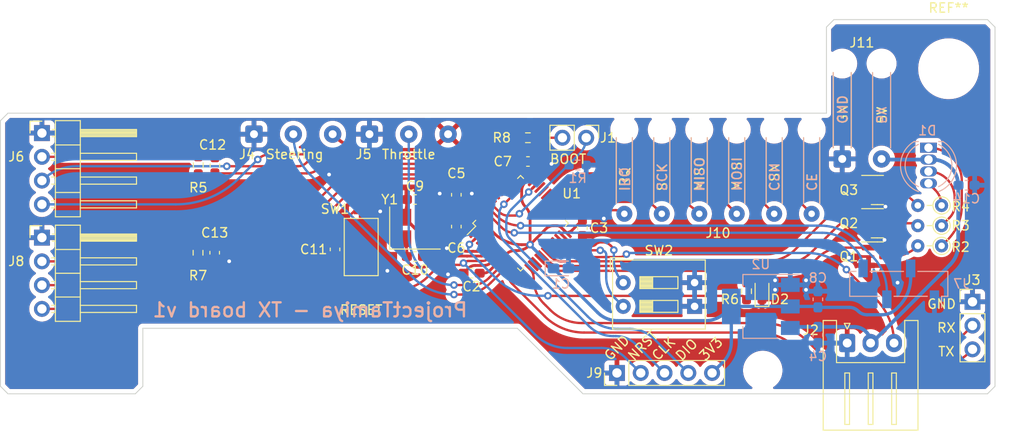
<source format=kicad_pcb>
(kicad_pcb (version 20211014) (generator pcbnew)
  (layers (0 "F.Cu" signal) (31 "B.Cu" signal) (34 "B.Paste" user) (35 "F.Paste" user) (36 "B.SilkS" user "B.Silkscreen") (37 "F.SilkS" user "F.Silkscreen") (38 "B.Mask" user) (39 "F.Mask" user) (44 "Edge.Cuts" user))
  (net 0 "")
  (net 1 "+3V3")
  (net 2 "GND")
  (net 3 "+5V")
  (net 4 "Net-(C6-Pad1)")
  (net 5 "OSC_IN")
  (net 6 "OSC_OUT")
  (net 7 "NRST")
  (net 8 "ENC1_BTN")
  (net 9 "ENC2_BTN")
  (net 10 "Net-(D1-Pad1)")
  (net 11 "Net-(D1-Pad3)")
  (net 12 "Net-(D1-Pad4)")
  (net 13 "Net-(D2-Pad2)")
  (net 14 "Net-(J1-Pad2)")
  (net 15 "BAT")
  (net 16 "USART2_RX")
  (net 17 "USART2_TX")
  (net 18 "STEERING")
  (net 19 "THROTTLE")
  (net 20 "Net-(J6-Pad2)")
  (net 21 "ENC1_CH2")
  (net 22 "ENC1_CH1")
  (net 23 "OLED_SCL")
  (net 24 "OLED_SDA")
  (net 25 "Net-(J8-Pad2)")
  (net 26 "ENC2_CH2")
  (net 27 "ENC2_CH1")
  (net 28 "SWCLK")
  (net 29 "SWDIO")
  (net 30 "NRF_CE")
  (net 31 "NRF_CSN")
  (net 32 "NRF_MOSI")
  (net 33 "NRF_MISO")
  (net 34 "NRF_IRQ")
  (net 35 "NRF_SCK")
  (net 36 "LED_R")
  (net 37 "Net-(Q1-Pad3)")
  (net 38 "LED_G")
  (net 39 "Net-(Q2-Pad3)")
  (net 40 "LED_B")
  (net 41 "Net-(Q3-Pad3)")
  (net 42 "Net-(J1-Pad1)")
  (net 43 "LED1")
  (net 44 "SW1")
  (net 45 "SW2")
  (footprint "MountingHole:MountingHole_5.5mm" (layer "F.Cu") (at 159.25 48.25)
    (fp_text reference "REF**")
    (fp_text value "MountingHole_5.5mm")
  )
  (footprint "Connector_PinHeader_2.54mm:PinHeader_1x04_P2.54mm_Horizontal" (layer "F.Cu") (at 62.427 66.304)
    (fp_text reference "J8")
    (fp_text value "ENC2")
  )
  (footprint "Resistor_SMD:R_0603_1608Metric_Pad0.98x0.95mm_HandSolder" (layer "F.Cu") (at 79.0975 67.9215 -90)
    (fp_text reference "R7")
    (fp_text value "1K2")
  )
  (footprint "Resistor_SMD:R_0603_1608Metric_Pad0.98x0.95mm_HandSolder" (layer "F.Cu") (at 137.668 72.0325 90)
    (fp_text reference "R6")
    (fp_text value "180R")
  )
  (footprint "Connector_PinHeader_2.54mm:PinHeader_1x05_P2.54mm_Vertical" (layer "F.Cu") (at 123.83 80.772 90)
    (fp_text reference "J9")
    (fp_text value "Debug")
  )
  (footprint "Button_Switch_SMD:SW_SPST_FSMSM" (layer "F.Cu") (at 96.52 67.31 90)
    (fp_text reference "SW1")
    (fp_text value "Reset")
  )
  (footprint "Capacitor_SMD:C_0603_1608Metric_Pad1.08x0.95mm_HandSolder" (layer "F.Cu") (at 114.3265 58.166)
    (fp_text reference "C7")
    (fp_text value "100n")
  )
  (footprint "Capacitor_SMD:C_0603_1608Metric_Pad1.08x0.95mm_HandSolder" (layer "F.Cu") (at 80.8755 67.9185 -90)
    (fp_text reference "C13")
    (fp_text value "100n")
  )
  (footprint "Capacitor_SMD:C_0603_1608Metric_Pad1.08x0.95mm_HandSolder" (layer "F.Cu") (at 108.3045 70.104 180)
    (fp_text reference "C2")
    (fp_text value "100n")
  )
  (footprint "Resistor_THT:R_Axial_DIN0204_L3.6mm_D1.6mm_P2.54mm_Vertical" (layer "F.Cu") (at 158.496 65.024 180)
    (fp_text reference "R3")
    (fp_text value "5K")
  )
  (footprint "Resistor_THT:R_Axial_DIN0204_L3.6mm_D1.6mm_P2.54mm_Vertical" (layer "F.Cu") (at 158.496 67.183 180)
    (fp_text reference "R2")
    (fp_text value "330R")
  )
  (footprint "Package_QFP:LQFP-48_7x7mm_P0.5mm" (layer "F.Cu") (at 113.538 64.77 45)
    (fp_text reference "U1")
    (fp_text value "STM32F303CCT6")
  )
  (footprint "Connector_Wire:SolderWire-0.25sqmm_1x03_P4.2mm_D0.65mm_OD1.7mm" (layer "F.Cu") (at 97.4 55.245)
    (fp_text reference "J5")
    (fp_text value "Throttle")
  )
  (footprint "Connector_JST:JST_XH_S3B-XH-A_1x03_P2.50mm_Horizontal" (layer "F.Cu") (at 148.416 77.576)
    (fp_text reference "J2")
    (fp_text value "Power")
  )
  (footprint "Connector_PinHeader_2.54mm:PinHeader_1x02_P2.54mm_Vertical" (layer "F.Cu") (at 120.5465 55.626 -90)
    (fp_text reference "J1")
    (fp_text value "Boot")
  )
  (footprint "MountingHole:MountingHole_3.2mm_M3" (layer "F.Cu") (at 139.4 80.5)
    (fp_text reference "REF**" hide)
    (fp_text value "MountingHole_3.2mm_M3")
  )
  (footprint "Capacitor_SMD:C_0603_1608Metric_Pad1.08x0.95mm_HandSolder" (layer "F.Cu") (at 120.142 65.278 -90)
    (fp_text reference "C3")
    (fp_text value "100n")
  )
  (footprint "Capacitor_SMD:C_0603_1608Metric_Pad1.08x0.95mm_HandSolder" (layer "F.Cu") (at 102.2615 68.326 180)
    (fp_text reference "C10")
    (fp_text value "27p")
  )
  (footprint "Package_TO_SOT_SMD:SOT-23" (layer "F.Cu") (at 151.638 68.326)
    (fp_text reference "Q1")
    (fp_text value "2N7002BK")
  )
  (footprint "Connector_Wire:SolderWire-0.25sqmm_1x03_P4.2mm_D0.65mm_OD1.7mm" (layer "F.Cu") (at 85.072 55.245)
    (fp_text reference "J4")
    (fp_text value "Steering")
  )
  (footprint "Capacitor_SMD:C_0603_1608Metric_Pad1.08x0.95mm_HandSolder" (layer "F.Cu") (at 102.2615 62.23)
    (fp_text reference "C9")
    (fp_text value "27p")
  )
  (footprint "Resistor_THT:R_Axial_DIN0204_L3.6mm_D1.6mm_P2.54mm_Vertical" (layer "F.Cu") (at 158.496 62.865 180)
    (fp_text reference "R4")
    (fp_text value "3K3")
  )
  (footprint "Crystal:Crystal_SMD_3225-4Pin_3.2x2.5mm_HandSoldering" (layer "F.Cu") (at 102.2615 65.278)
    (fp_text reference "Y1")
    (fp_text value "XT324 [20pF, 12MHz]")
  )
  (footprint "Package_TO_SOT_SMD:SOT-23" (layer "F.Cu") (at 151.638 64.77)
    (fp_text reference "Q2")
    (fp_text value "2N7002BK")
  )
  (footprint "Resistor_SMD:R_0603_1608Metric_Pad0.98x0.95mm_HandSolder" (layer "F.Cu") (at 114.3235 55.626)
    (fp_text reference "R8")
    (fp_text value "1K")
  )
  (footprint "Capacitor_SMD:C_0603_1608Metric_Pad1.08x0.95mm_HandSolder" (layer "F.Cu") (at 106.68 61.722 90)
    (fp_text reference "C5")
    (fp_text value "100n")
  )
  (footprint "Resistor_SMD:R_0603_1608Metric_Pad0.98x0.95mm_HandSolder" (layer "F.Cu") (at 79.121 58.5705 90)
    (fp_text reference "R5")
    (fp_text value "1K2")
  )
  (footprint "Capacitor_SMD:C_0603_1608Metric_Pad1.08x0.95mm_HandSolder" (layer "F.Cu") (at 106.68 65.1245 90)
    (fp_text reference "C6")
    (fp_text value "100n")
  )
  (footprint "Button_Switch_THT:SW_DIP_SPSTx02_Slide_9.78x7.26mm_W7.62mm_P2.54mm" (layer "F.Cu") (at 124.5025 71.115)
    (fp_text reference "SW2")
    (fp_text value "Switch")
  )
  (footprint "Capacitor_SMD:C_0603_1608Metric_Pad1.08x0.95mm_HandSolder" (layer "F.Cu") (at 80.899 58.5735 90)
    (fp_text reference "C12")
    (fp_text value "100n")
  )
  (footprint "Capacitor_SMD:C_0603_1608Metric_Pad1.08x0.95mm_HandSolder" (layer "F.Cu") (at 93.726 67.564 90)
    (fp_text reference "C11")
    (fp_text value "100n")
  )
  (footprint "LED_SMD:LED_0603_1608Metric_Pad1.05x0.95mm_HandSolder" (layer "F.Cu") (at 139.319 71.995 90)
    (fp_text reference "D2")
    (fp_text value "ORANGE")
  )
  (footprint "Package_TO_SOT_SMD:SOT-23" (layer "F.Cu") (at 151.638 61.214)
    (fp_text reference "Q3")
    (fp_text value "2N7002BK")
  )
  (footprint "Connector_PinHeader_2.54mm:PinHeader_1x04_P2.54mm_Horizontal" (layer "F.Cu") (at 62.427 55.128)
    (fp_text reference "J6")
    (fp_text value "ENC1")
  )
  (footprint "Connector_PinHeader_2.54mm:PinHeader_1x03_P2.54mm_Vertical" (layer "F.Cu") (at 161.798 73.167)
    (fp_text reference "J3")
    (fp_text value "Serial")
  )
  (footprint "Capacitor_SMD:C_0603_1608Metric_Pad1.08x0.95mm_HandSolder" (layer "B.Cu") (at 161.163 60.706)
    (fp_text reference "C14")
    (fp_text value "10n")
  )
  (footprint "LED_THT:LED_D5.0mm-4_RGB" (layer "B.Cu") (at 157.1 56.69 -90)
    (fp_text reference "D1")
    (fp_text value "LED_RAGB")
  )
  (footprint "Resistor_SMD:R_0603_1608Metric_Pad0.98x0.95mm_HandSolder" (layer "B.Cu") (at 119.634 58.547 180)
    (fp_text reference "R1")
    (fp_text value "10K")
  )
  (footprint "Connector_PinSocket_2.54mm:PinSocket_1x04_P2.54mm_Vertical_SMD_Pin1Left" (layer "B.Cu") (at 153.924 71.247 90)
    (fp_text reference "J7")
    (fp_text value "OLED")
  )
  (footprint "Connector_Wire:SolderWire-0.15sqmm_1x06_P4mm_D0.5mm_OD1.5mm_Relief" (layer "B.Cu") (at 124.62 63.757)
    (fp_text reference "J10")
    (fp_text value "NRF")
  )
  (footprint "Capacitor_SMD:C_0603_1608Metric_Pad1.08x0.95mm_HandSolder" (layer "B.Cu") (at 145.288 72.898 90)
    (fp_text reference "C8")
    (fp_text value "4u7")
  )
  (footprint "Capacitor_SMD:C_0603_1608Metric_Pad1.08x0.95mm_HandSolder" (layer "B.Cu") (at 145.288 76.708 -90)
    (fp_text reference "C4")
    (fp_text value "4u7")
  )
  (footprint "Package_TO_SOT_SMD:SOT-223-3_TabPin2" (layer "B.Cu") (at 139.192 73.66 180)
    (fp_text reference "U2")
    (fp_text value "AP2111H-3.3TRG1")
  )
  (footprint "Capacitor_Tantalum_SMD:CP_EIA-1608-10_AVX-L_Pad1.25x1.05mm_HandSolder" (layer "B.Cu") (at 117.856 69.596)
    (fp_text reference "C1")
    (fp_text value "4u7")
  )
  (footprint "Connector_Wire:SolderWire-0.25sqmm_1x02_P4.2mm_D0.65mm_OD1.7mm_Relief" (layer "B.Cu") (at 147.887 57.895)
    (fp_text reference "J11")
    (fp_text value "NRF_power")
  )
  (gr_line (start 58 82.2) (end 58.8 83) (layer "Edge.Cuts") (width 0.1))
  (gr_line (start 73.2 82.2) (end 72.4 83) (layer "Edge.Cuts") (width 0.1))
  (gr_line (start 164.2 82.2) (end 163.4 83) (layer "Edge.Cuts") (width 0.1))
  (gr_line (start 146.2 43.8) (end 146.2 53) (layer "Edge.Cuts") (width 0.1))
  (gr_line (start 113.2 76) (end 120.2 83) (layer "Edge.Cuts") (width 0.1))
  (gr_line (start 164.2 82.2) (end 164.2 43.8) (layer "Edge.Cuts") (width 0.1))
  (gr_line (start 164.2 43.8) (end 163.4 43) (layer "Edge.Cuts") (width 0.1))
  (gr_line (start 58.8 83) (end 72.4 83) (layer "Edge.Cuts") (width 0.1))
  (gr_line (start 73.2 82.2) (end 73.2 76) (layer "Edge.Cuts") (width 0.1))
  (gr_line (start 163.4 83) (end 120.2 83) (layer "Edge.Cuts") (width 0.1))
  (gr_line (start 58.8 53) (end 58 53.8) (layer "Edge.Cuts") (width 0.1))
  (gr_line (start 58 82.2) (end 58 53.8) (layer "Edge.Cuts") (width 0.1))
  (gr_line (start 146.2 53) (end 58.8 53) (layer "Edge.Cuts") (width 0.1))
  (gr_line (start 147 43) (end 146.2 43.8) (layer "Edge.Cuts") (width 0.1))
  (gr_line (start 163.4 43) (end 147 43) (layer "Edge.Cuts") (width 0.1))
  (gr_line (start 73.2 76) (end 113.2 76) (layer "Edge.Cuts") (width 0.1))
  (gr_text "ProjectTamiya - TX board v1" (at 91.059 74.041) (layer "B.SilkS") (effects (font (size 1.5 1.5) (thickness 0.25)) (justify mirror)))
  (gr_text "CSN" (at 140.589 61.4172 -90) (layer "B.SilkS") (effects (font (size 1 1)) (justify left mirror)))
  (gr_text "IRQ" (at 124.6378 61.4172 -90) (layer "B.SilkS") (effects (font (size 1 1)) (justify left mirror)))
  (gr_text "SCK" (at 128.5748 61.4172 -90) (layer "B.SilkS") (effects (font (size 1 1)) (justify left mirror)))
  (gr_text "GND" (at 147.828 54.229 -90) (layer "B.SilkS") (effects (font (size 1 1)) (justify left mirror)))
  (gr_text "5V" (at 152.019 54.229 -90) (layer "B.SilkS") (effects (font (size 1 1)) (justify left mirror)))
  (gr_text "MOSI" (at 136.5758 61.4172 -90) (layer "B.SilkS") (effects (font (size 1 1)) (justify left mirror)))
  (gr_text "CE" (at 144.5768 61.4172 -90) (layer "B.SilkS") (effects (font (size 1 1)) (justify left mirror)))
  (gr_text "MISO" (at 132.5626 61.468 -90) (layer "B.SilkS") (effects (font (size 1 1)) (justify left mirror)))
  (gr_text "5V" (at 152.146 54.229 90) (layer "F.SilkS") (effects (font (size 1 1)) (justify left)))
  (gr_text "DIO" (at 130.302 79.248 45) (layer "F.SilkS") (effects (font (size 1 1)) (justify left)))
  (gr_text "SCK" (at 128.6764 61.4172 90) (layer "F.SilkS") (effects (font (size 1 1)) (justify left)))
  (gr_text "Throttle" (at 101.6 57.404) (layer "F.SilkS") (effects (font (size 1 1))))
  (gr_text "CLK" (at 127.762 79.248 45) (layer "F.SilkS") (effects (font (size 1 1)) (justify left)))
  (gr_text "RX" (at 159.004 75.946) (layer "F.SilkS") (effects (font (size 1 1))))
  (gr_text "MOSI" (at 136.652 61.4172 90) (layer "F.SilkS") (effects (font (size 1 1)) (justify left)))
  (gr_text "TX" (at 159.004 78.486) (layer "F.SilkS") (effects (font (size 1 1))))
  (gr_text "BOOT" (at 118.618 57.912) (layer "F.SilkS") (effects (font (size 1 1))))
  (gr_text "MISO" (at 132.6642 61.4172 90) (layer "F.SilkS") (effects (font (size 1 1)) (justify left)))
  (gr_text "GND" (at 122.682 79.248 45) (layer "F.SilkS") (effects (font (size 1 1)) (justify left)))
  (gr_text "CE" (at 144.6784 61.4172 90) (layer "F.SilkS") (effects (font (size 1 1)) (justify left)))
  (gr_text "CSN" (at 140.6652 61.4172 90) (layer "F.SilkS") (effects (font (size 1 1)) (justify left)))
  (gr_text "GND" (at 147.955 54.229 90) (layer "F.SilkS") (effects (font (size 1 1)) (justify left)))
  (gr_text "Steering" (at 89.408 57.404) (layer "F.SilkS") (effects (font (size 1 1))))
  (gr_text "RESET" (at 96.52 74.041) (layer "F.SilkS") (effects (font (size 1 1))))
  (gr_text "3V3" (at 132.842 79.248 45) (layer "F.SilkS") (effects (font (size 1 1)) (justify left)))
  (gr_text "GND" (at 158.496 73.406) (layer "F.SilkS") (effects (font (size 1 1))))
  (gr_text "IRQ" (at 124.6632 61.4172 90) (layer "F.SilkS") (effects (font (size 1 1)) (justify left)))
  (gr_text "NRST" (at 125.222 79.248 45) (layer "F.SilkS") (effects (font (size 1 1)) (justify left)))
  (segment (start 109.557552 70.104) (end 109.167 70.104) (width 0.3) (layer "F.Cu") (net 1))
  (segment (start 117.348 65.024) (end 117.094001 65.024) (width 0.3) (layer "F.Cu") (net 1))
  (segment (start 114.553721 59.255721) (end 113.464 58.166) (width 0.3) (layer "F.Cu") (net 1))
  (segment (start 93.472 55.245) (end 93.686159 55.459159) (width 0.35) (layer "F.Cu") (net 1))
  (segment (start 114.554 67.056) (end 113.665 67.056) (width 0.3) (layer "F.Cu") (net 1))
  (segment (start 114.554 64.21842) (end 114.554 67.056) (width 0.3) (layer "F.Cu") (net 1))
  (segment (start 114.536788 59.882124) (end 114.064384 60.354528) (width 0.3) (layer "F.Cu") (net 1))
  (segment (start 113.655774 61.341) (end 113.655774 62.049912) (width 0.3) (layer "F.Cu") (net 1))
  (segment (start 97.155 56.896) (end 102.108 56.896) (width 0.35) (layer "F.Cu") (net 1))
  (segment (start 114.554 67.056) (end 116.226789 65.383211) (width 0.3) (layer "F.Cu") (net 1))
  (segment (start 108.650124 63.771212) (end 108.017368 63.138456) (width 0.25) (layer "F.Cu") (net 1))
  (segment (start 114.457816 67.152185) (end 114.554 67.056) (width 0.3) (layer "F.Cu") (net 1))
  (segment (start 119.045276 65.512224) (end 120.142 64.4155) (width 0.3) (layer "F.Cu") (net 1))
  (segment (start 114.536788 59.882124) (end 114.557318 59.861594) (width 0.3) (layer "F.Cu") (net 1))
  (segment (start 106.992987 63.949013) (end 106.68 64.262) (width 0.25) (layer "F.Cu") (net 1))
  (segment (start 113.157 67.691) (end 112.933815 67.691) (width 0.3) (layer "F.Cu") (net 1))
  (segment (start 110.711555 65.832643) (end 108.650124 63.771212) (width 0.3) (layer "F.Cu") (net 1))
  (segment (start 108.650124 63.771212) (end 108.592397 63.713485) (width 0.25) (layer "F.Cu") (net 1))
  (segment (start 105.592205 55.452795) (end 105.8 55.245) (width 0.35) (layer "F.Cu") (net 1))
  (segment (start 111.478551 68.597215) (end 110.264659 69.811107) (width 0.3) (layer "F.Cu") (net 1))
  (segment (start 118.425876 65.768788) (end 117.916617 65.259529) (width 0.3) (layer "F.Cu") (net 1))
  (via (at 114.554 67.056) (size 0.8) (drill 0.4) (layers "F.Cu" "B.Cu") (net 1))
  (arc (start 114.557318 59.861594) (mid 114.648856 59.724598) (end 114.681 59.563) (width 0.3) (layer "F.Cu") (net 1))
  (arc (start 113.157 67.691) (mid 113.860996 67.550966) (end 114.457816 67.152185) (width 0.3) (layer "F.Cu") (net 1))
  (arc (start 112.933815 67.691) (mid 112.436015 67.790019) (end 112.014 68.072) (width 0.3) (layer "F.Cu") (net 1))
  (arc (start 117.916617 65.259529) (mid 117.655734 65.085212) (end 117.348 65.024) (width 0.3) (layer "F.Cu") (net 1))
  (arc (start 109.557552 70.104) (mid 109.940235 70.02788) (end 110.264659 69.811107) (width 0.3) (layer "F.Cu") (net 1))
  (arc (start 114.681 59.563) (mid 114.647921 59.396702) (end 114.553721 59.255721) (width 0.3) (layer "F.Cu") (net 1))
  (arc (start 118.425876 65.768788) (mid 118.761093 65.702109) (end 119.045276 65.512224) (width 0.3) (layer "F.Cu") (net 1))
  (arc (start 93.686159 55.459159) (mid 95.277677 56.522577) (end 97.155 56.896) (width 0.35) (layer "F.Cu") (net 1))
  (arc (start 114.064384 60.354528) (mid 113.761968 60.807125) (end 113.655774 61.341) (width 0.3) (layer "F.Cu") (net 1))
  (arc (start 117.094001 65.024) (mid 116.62467 65.117356) (end 116.226789 65.383211) (width 0.3) (layer "F.Cu") (net 1))
  (arc (start 113.665 67.056) (mid 112.066607 66.73806) (end 110.711555 65.832643) (width 0.3) (layer "F.Cu") (net 1))
  (arc (start 108.592397 63.713485) (mid 108.355931 63.555483) (end 108.077 63.5) (width 0.25) (layer "F.Cu") (net 1))
  (arc (start 108.077 63.5) (mid 107.490336 63.616695) (end 106.992987 63.949013) (width 0.25) (layer "F.Cu") (net 1))
  (arc (start 102.108 56.896) (mid 103.993638 56.520923) (end 105.592205 55.452795) (width 0.35) (layer "F.Cu") (net 1))
  (arc (start 114.046 62.992) (mid 114.421975 63.554686) (end 114.554 64.21842) (width 0.3) (layer "F.Cu") (net 1))
  (arc (start 108.017368 63.138456) (mid 107.403779 62.728468) (end 106.68 62.5845) (width 0.25) (layer "F.Cu") (net 1))
  (arc (start 113.655774 62.049912) (mid 113.757191 62.559766) (end 114.046 62.992) (width 0.3) (layer "F.Cu") (net 1))
  (segment (start 114.554 67.094) (end 114.554 67.056) (width 0.35) (layer "B.Cu") (net 1))
  (segment (start 145.1875 73.66) (end 145.288 73.7605) (width 0.35) (layer "B.Cu") (net 1))
  (segment (start 136.042 73.66) (end 135.396679 74.305321) (width 0.35) (layer "B.Cu") (net 1))
  (segment (start 123.886641 75.184) (end 133.275359 75.184) (width 0.35) (layer "B.Cu") (net 1))
  (segment (start 121.76532 74.30532) (end 117.056 69.596) (width 0.35) (layer "B.Cu") (net 1))
  (segment (start 153.67 73.914) (end 153.924 73.66) (width 0.35) (layer "B.Cu") (net 1))
  (segment (start 117.056 69.596) (end 114.554 67.094) (width 0.35) (layer "B.Cu") (net 1))
  (segment (start 148.622208 73.7605) (end 145.288 73.7605) (width 0.35) (layer "B.Cu") (net 1))
  (segment (start 136.042 73.66) (end 142.342 73.66) (width 0.35) (layer "B.Cu") (net 1))
  (segment (start 142.342 73.66) (end 145.1875 73.66) (width 0.35) (layer "B.Cu") (net 1))
  (segment (start 133.99 80.772) (end 135.163321 79.598679) (width 0.35) (layer "B.Cu") (net 1))
  (segment (start 152.136975 74.549) (end 150.525815 74.549) (width 0.35) (layer "B.Cu") (net 1))
  (segment (start 155.194 69.597) (end 155.194 70.593949) (width 0.35) (layer "B.Cu") (net 1))
  (segment (start 136.042 77.477359) (end 136.042 73.66) (width 0.35) (layer "B.Cu") (net 1))
  (arc (start 135.396679 74.305321) (mid 134.423409 74.955639) (end 133.275359 75.184) (width 0.35) (layer "B.Cu") (net 1))
  (arc (start 123.886641 75.184) (mid 122.73859 74.955638) (end 121.76532 74.30532) (width 0.35) (layer "B.Cu") (net 1))
  (arc (start 149.606 74.168) (mid 149.154633 73.866405) (end 148.622208 73.7605) (width 0.35) (layer "B.Cu") (net 1))
  (arc (start 153.924 73.66) (mid 154.863938 72.253284) (end 155.194 70.593949) (width 0.35) (layer "B.Cu") (net 1))
  (arc (start 152.136975 74.549) (mid 152.966642 74.383969) (end 153.67 73.914) (width 0.35) (layer "B.Cu") (net 1))
  (arc (start 150.525815 74.549) (mid 150.028015 74.449981) (end 149.606 74.168) (width 0.35) (layer "B.Cu") (net 1))
  (arc (start 136.042 77.477359) (mid 135.813639 78.625409) (end 135.163321 79.598679) (width 0.35) (layer "B.Cu") (net 1))
  (segment (start 118.618 66.675) (end 118.077258 66.134258) (width 0.25) (layer "F.Cu") (net 2))
  (segment (start 115.64933 59.476689) (end 114.890342 60.235678) (width 0.3) (layer "F.Cu") (net 2))
  (segment (start 106.845802 61.259783) (end 109.003678 63.417658) (width 0.3) (layer "F.Cu") (net 2))
  (segment (start 115.189 58.166) (end 115.644394 58.621394) (width 0.3) (layer "F.Cu") (net 2))
  (segment (start 119.126 66.73348) (end 118.759183 66.73348) (width 0.25) (layer "F.Cu") (net 2))
  (segment (start 101.399 62.23) (end 101.399 62.70965) (width 0.35) (layer "F.Cu") (net 2))
  (segment (start 105.322155 67.095155) (end 105.664 67.437) (width 0.35) (layer "F.Cu") (net 2))
  (segment (start 107.442 70.104) (end 107.973627 69.572373) (width 0.3) (layer "F.Cu") (net 2))
  (segment (start 101.278394 64.321394) (end 103.154129 66.19713) (width 0.35) (layer "F.Cu") (net 2))
  (segment (start 108.680734 69.27948) (end 109.592124 69.27948) (width 0.3) (layer "F.Cu") (net 2))
  (segment (start 119.848141 66.43436) (end 120.142 66.1405) (width 0.25) (layer "F.Cu") (net 2))
  (segment (start 103.124 68.326) (end 103.124 67.84635) (width 0.35) (layer "F.Cu") (net 2))
  (segment (start 94.565689 64.67431) (end 96.52 62.72) (width 0.25) (layer "F.Cu") (net 2))
  (segment (start 110.440652 68.928008) (end 111.124998 68.243662) (width 0.3) (layer "F.Cu") (net 2))
  (via (at 105.791 70.231) (size 0.8) (drill 0.4) (layers "F.Cu" "B.Cu") (net 2))
  (via (at 140.716 71.882) (size 0.8) (drill 0.4) (layers "F.Cu" "B.Cu") (net 2))
  (via (at 93.091 59.563) (size 0.8) (drill 0.4) (layers "F.Cu" "B.Cu") (net 2))
  (via (at 152.4 66.548) (size 0.8) (drill 0.4) (layers "F.Cu" "B.Cu") (net 2))
  (via (at 144.018 70.866) (size 0.8) (drill 0.4) (layers "F.Cu" "B.Cu") (net 2))
  (via (at 122.428 64.262) (size 0.8) (drill 0.4) (layers "F.Cu" "B.Cu") (net 2))
  (via (at 108.331 61.595) (size 0.8) (drill 0.4) (layers "F.Cu" "B.Cu") (net 2))
  (via (at 116.84 58.42) (size 0.8) (drill 0.4) (layers "F.Cu" "B.Cu") (net 2))
  (via (at 148.59 68.453) (size 0.8) (drill 0.4) (layers "F.Cu" "B.Cu") (net 2))
  (via (at 153.797 71.12) (size 0.8) (drill 0.4) (layers "F.Cu" "B.Cu") (net 2))
  (via (at 104.902 61.595) (size 0.8) (drill 0.4) (layers "F.Cu" "B.Cu") (net 2))
  (via (at 82.423 68.834) (size 0.8) (drill 0.4) (layers "F.Cu" "B.Cu") (net 2))
  (via (at 99.314 69.85) (size 0.8) (drill 0.4) (layers "F.Cu" "B.Cu") (net 2))
  (via (at 98.552 63.5) (size 0.8) (drill 0.4) (layers "F.Cu" "B.Cu") (net 2))
  (via (at 105.664 67.437) (size 0.8) (drill 0.4) (layers "F.Cu" "B.Cu") (net 2))
  (via (at 152.5016 62.992) (size 0.8) (drill 0.4) (layers "F.Cu" "B.Cu") (net 2))
  (via (at 140.716 70.866) (size 0.8) (drill 0.4) (layers "F.Cu" "B.Cu") (net 2))
  (via (at 144.018 71.882) (size 0.8) (drill 0.4) (layers "F.Cu" "B.Cu") (net 2))
  (arc (start 115.824 59.055) (mid 115.778605 59.283217) (end 115.64933 59.476689) (width 0.3) (layer "F.Cu") (net 2))
  (arc (start 93.726 66.7015) (mid 93.944228 65.604393) (end 94.565689 64.67431) (width 0.25) (layer "F.Cu") (net 2))
  (arc (start 106.68 60.8595) (mid 106.723091 61.076131) (end 106.845802 61.259783) (width 0.3) (layer "F.Cu") (net 2))
  (arc (start 103.7115 66.428) (mid 104.58318 66.601388) (end 105.322155 67.095155) (width 0.35) (layer "F.Cu") (net 2))
  (arc (start 109.592124 69.27948) (mid 110.051344 69.188135) (end 110.440652 68.928008) (width 0.3) (layer "F.Cu") (net 2))
  (arc (start 101.399 62.70965) (mid 101.246313 63.477255) (end 100.8115 64.128) (width 0.35) (layer "F.Cu") (net 2))
  (arc (start 118.077258 66.134258) (mid 118.073605 66.128791) (end 118.072322 66.122342) (width 0.25) (layer "F.Cu") (net 2))
  (arc (start 107.973627 69.572373) (mid 108.298051 69.3556) (end 108.680734 69.27948) (width 0.3) (layer "F.Cu") (net 2))
  (arc (start 118.759183 66.73348) (mid 118.682775 66.718282) (end 118.618 66.675) (width 0.25) (layer "F.Cu") (net 2))
  (arc (start 103.124 67.84635) (mid 103.276686 67.078745) (end 103.7115 66.428) (width 0.35) (layer "F.Cu") (net 2))
  (arc (start 101.278394 64.321394) (mid 101.064182 64.178261) (end 100.8115 64.128) (width 0.35) (layer "F.Cu") (net 2))
  (arc (start 103.7115 66.428) (mid 103.409853 66.367999) (end 103.154129 66.19713) (width 0.35) (layer "F.Cu") (net 2))
  (arc (start 119.126 66.73348) (mid 119.51682 66.655741) (end 119.848141 66.43436) (width 0.25) (layer "F.Cu") (net 2))
  (arc (start 115.644394 58.621394) (mid 115.777322 58.820334) (end 115.824 59.055) (width 0.3) (layer "F.Cu") (net 2))
  (segment (start 160.274 60.71739) (end 160.274 67.083359) (width 0.4) (layer "B.Cu") (net 3))
  (segment (start 145.288 75.8455) (end 142.618427 75.8455) (width 0.4) (layer "B.Cu") (net 3))
  (segment (start 159.39532 69.20468) (end 151.100368 77.499632) (width 0.4) (layer "B.Cu") (net 3))
  (segment (start 157.1 57.96) (end 152.152 57.96) (width 0.4) (layer "B.Cu") (net 3))
  (segment (start 145.288 75.8455) (end 149.1855 75.8455) (width 0.4) (layer "B.Cu") (net 3))
  (segment (start 157.1 57.96) (end 157.51661 57.96) (width 0.4) (layer "B.Cu") (net 3))
  (segment (start 152.152 57.96) (end 152.087 57.895) (width 0.4) (layer "B.Cu") (net 3))
  (arc (start 142.618427 75.8455) (mid 142.468826 75.875257) (end 142.342 75.96) (width 0.4) (layer "B.Cu") (net 3))
  (arc (start 160.274 67.083359) (mid 160.045639 68.23141) (end 159.39532 69.20468) (width 0.4) (layer "B.Cu") (net 3))
  (arc (start 151.100368 77.499632) (mid 151.015779 77.556153) (end 150.916 77.576) (width 0.4) (layer "B.Cu") (net 3))
  (arc (start 157.51661 57.96) (mid 159.466379 58.767621) (end 160.274 60.71739) (width 0.4) (layer "B.Cu") (net 3))
  (arc (start 149.1855 75.8455) (mid 150.409148 76.352352) (end 150.916 77.576) (width 0.4) (layer "B.Cu") (net 3))
  (segment (start 108.123314 65.987) (end 106.68 65.987) (width 0.25) (layer "F.Cu") (net 4))
  (arc (start 108.650124 65.768788) (mid 108.408421 65.930289) (end 108.123314 65.987) (width 0.25) (layer "F.Cu") (net 4))
  (segment (start 110.063859 67.18416) (end 109.589728 67.65829) (width 0.25) (layer "F.Cu") (net 5))
  (segment (start 109.306886 67.775447) (end 108.458 67.775447) (width 0.3) (layer "F.Cu") (net 5))
  (segment (start 105.956916 66.631586) (end 106.467165 67.141835) (width 0.3) (layer "F.Cu") (net 5))
  (segment (start 108.458 67.775447) (end 108.457977 67.77547) (width 0.3) (layer "F.Cu") (net 5))
  (segment (start 103.7115 64.128) (end 104.226786 64.128) (width 0.3) (layer "F.Cu") (net 5))
  (segment (start 103.124 62.23) (end 103.124 62.70965) (width 0.35) (layer "F.Cu") (net 5))
  (segment (start 106.526047 67.200718) (end 106.467165 67.141835) (width 0.3) (layer "F.Cu") (net 5))
  (segment (start 105.117107 64.604107) (end 104.933893 64.420893) (width 0.3) (layer "F.Cu") (net 5))
  (segment (start 108.457977 67.77547) (end 107.913621 67.77547) (width 0.3) (layer "F.Cu") (net 5))
  (arc (start 109.589728 67.65829) (mid 109.459959 67.744999) (end 109.306886 67.775447) (width 0.3) (layer "F.Cu") (net 5))
  (arc (start 110.064338 67.183002) (mid 110.064213 67.183628) (end 110.063859 67.18416) (width 0.25) (layer "F.Cu") (net 5))
  (arc (start 105.41 65.311214) (mid 105.552139 66.025794) (end 105.956916 66.631586) (width 0.3) (layer "F.Cu") (net 5))
  (arc (start 105.41 65.311214) (mid 105.33388 64.928531) (end 105.117107 64.604107) (width 0.3) (layer "F.Cu") (net 5))
  (arc (start 103.124 62.70965) (mid 103.276687 63.477255) (end 103.7115 64.128) (width 0.35) (layer "F.Cu") (net 5))
  (arc (start 107.913621 67.77547) (mid 107.162671 67.626097) (end 106.526047 67.200718) (width 0.3) (layer "F.Cu") (net 5))
  (arc (start 104.226786 64.128) (mid 104.60947 64.20412) (end 104.933893 64.420893) (width 0.3) (layer "F.Cu") (net 5))
  (segment (start 102.542 69.469) (end 102.997 69.469) (width 0.3) (layer "F.Cu") (net 6))
  (segment (start 107.822999 68.274989) (end 109.368797 68.274989) (width 0.3) (layer "F.Cu") (net 6))
  (segment (start 105.743625 68.274967) (end 107.822977 68.274967) (width 0.3) (layer "F.Cu") (net 6))
  (segment (start 109.899127 68.055319) (end 110.417891 67.536555) (width 0.3) (layer "F.Cu") (net 6))
  (segment (start 104.297816 68.930184) (end 104.394 68.834) (width 0.3) (layer "F.Cu") (net 6))
  (segment (start 107.822977 68.274967) (end 107.822999 68.274989) (width 0.3) (layer "F.Cu") (net 6))
  (segment (start 101.399 68.326) (end 101.399 67.84635) (width 0.3) (layer "F.Cu") (net 6))
  (arc (start 104.394 68.834) (mid 105.013214 68.420255) (end 105.743625 68.274967) (width 0.3) (layer "F.Cu") (net 6))
  (arc (start 102.997 69.469) (mid 103.700996 69.328966) (end 104.297816 68.930184) (width 0.3) (layer "F.Cu") (net 6))
  (arc (start 101.399 67.84635) (mid 101.246314 67.078744) (end 100.8115 66.428) (width 0.3) (layer "F.Cu") (net 6))
  (arc (start 101.399 68.326) (mid 101.733777 69.134223) (end 102.542 69.469) (width 0.3) (layer "F.Cu") (net 6))
  (arc (start 109.368797 68.274989) (mid 109.65581 68.217899) (end 109.899127 68.055319) (width 0.3) (layer "F.Cu") (net 6))
  (segment (start 100.215888 71.9) (end 96.52 71.9) (width 0.25) (layer "F.Cu") (net 7))
  (segment (start 110.149487 68.512067) (end 110.771445 67.890109) (width 0.25) (layer "F.Cu") (net 7))
  (segment (start 106.98204 69.215) (end 106.045 69.215) (width 0.25) (layer "F.Cu") (net 7))
  (segment (start 104.093777 70.023223) (end 103.632 70.485) (width 0.25) (layer "F.Cu") (net 7))
  (segment (start 94.206479 69.586479) (end 96.52 71.9) (width 0.25) (layer "F.Cu") (net 7))
  (segment (start 107.971963 68.80496) (end 109.44238 68.80496) (width 0.25) (layer "F.Cu") (net 7))
  (via (at 107.442 69.024478) (size 0.8) (drill 0.4) (layers "F.Cu" "B.Cu") (net 7))
  (arc (start 107.442 69.024478) (mid 107.685149 68.862011) (end 107.971963 68.80496) (width 0.25) (layer "F.Cu") (net 7))
  (arc (start 110.149487 68.512067) (mid 109.825064 68.72884) (end 109.44238 68.80496) (width 0.25) (layer "F.Cu") (net 7))
  (arc (start 103.632 70.485) (mid 102.064674 71.532254) (end 100.215888 71.9) (width 0.25) (layer "F.Cu") (net 7))
  (arc (start 107.442 69.024478) (mid 107.230968 69.165485) (end 106.98204 69.215) (width 0.25) (layer "F.Cu") (net 7))
  (arc (start 106.045 69.215) (mid 104.989006 69.42505) (end 104.093777 70.023223) (width 0.25) (layer "F.Cu") (net 7))
  (arc (start 93.726 68.4265) (mid 93.850872 69.054276) (end 94.206479 69.586479) (width 0.25) (layer "F.Cu") (net 7))
  (segment (start 126.37 80.772) (end 125.484536 79.886536) (width 0.25) (layer "B.Cu") (net 7))
  (segment (start 122.174 78.105) (end 118.543095 78.105) (width 0.25) (layer "B.Cu") (net 7))
  (segment (start 125.476 79.883) (end 124.775631 79.182631) (width 0.25) (layer "B.Cu") (net 7))
  (segment (start 115.093761 76.676239) (end 107.442 69.024478) (width 0.25) (layer "B.Cu") (net 7))
  (arc (start 118.543095 78.105) (mid 116.676329 77.733677) (end 115.093761 76.676239) (width 0.25) (layer "B.Cu") (net 7))
  (arc (start 125.484536 79.886536) (mid 125.48062 79.883919) (end 125.476 79.883) (width 0.25) (layer "B.Cu") (net 7))
  (arc (start 124.775631 79.182631) (mid 123.581993 78.385067) (end 122.174 78.105) (width 0.25) (layer "B.Cu") (net 7))
  (segment (start 80.899 59.436) (end 90.72158 59.436) (width 0.25) (layer "F.Cu") (net 8))
  (segment (start 110.1725 59.6265) (end 111.471314 60.925314) (width 0.25) (layer "F.Cu") (net 8))
  (segment (start 80.899 59.436) (end 79.168 59.436) (width 0.25) (layer "F.Cu") (net 8))
  (segment (start 93.17442 58.42) (end 107.259752 58.42) (width 0.25) (layer "F.Cu") (net 8))
  (arc (start 91.948 58.928) (mid 92.510686 58.552025) (end 93.17442 58.42) (width 0.25) (layer "F.Cu") (net 8))
  (arc (start 111.471314 60.925314) (mid 111.47667 60.93333) (end 111.478551 60.942785) (width 0.25) (layer "F.Cu") (net 8))
  (arc (start 90.72158 59.436) (mid 91.385314 59.303975) (end 91.948 58.928) (width 0.25) (layer "F.Cu") (net 8))
  (arc (start 107.259752 58.42) (mid 108.83612 58.733559) (end 110.1725 59.6265) (width 0.25) (layer "F.Cu") (net 8))
  (segment (start 80.8755 67.056) (end 83.693 67.056) (width 0.25) (layer "F.Cu") (net 9))
  (segment (start 96.733679 58.928) (end 107.171794 58.928) (width 0.25) (layer "F.Cu") (net 9))
  (segment (start 109.87733 60.04867) (end 111.124998 61.296338) (width 0.25) (layer "F.Cu") (net 9))
  (segment (start 89.546668 64.631331) (end 94.20088 59.97712) (width 0.25) (layer "F.Cu") (net 9))
  (segment (start 80.8755 67.056) (end 79.1445 67.056) (width 0.25) (layer "F.Cu") (net 9))
  (arc (start 94.20088 59.97712) (mid 95.362938 59.200658) (end 96.733679 58.928) (width 0.25) (layer "F.Cu") (net 9))
  (arc (start 107.171794 58.928) (mid 108.636019 59.219253) (end 109.87733 60.04867) (width 0.25) (layer "F.Cu") (net 9))
  (arc (start 83.693 67.056) (mid 86.860982 66.425849) (end 89.546668 64.631331) (width 0.25) (layer "F.Cu") (net 9))
  (segment (start 160.655 60.245) (end 160.655 62.865) (width 0.25) (layer "F.Cu") (net 10))
  (segment (start 159.128356 66.550643) (end 158.496 67.183) (width 0.25) (layer "F.Cu") (net 10))
  (arc (start 157.1 56.69) (mid 159.613765 57.731235) (end 160.655 60.245) (width 0.25) (layer "F.Cu") (net 10))
  (arc (start 160.655 62.865) (mid 160.258238 64.859656) (end 159.128356 66.550643) (width 0.25) (layer "F.Cu") (net 10))
  (segment (start 159.893 62.865) (end 159.893 62.023) (width 0.25) (layer "F.Cu") (net 11))
  (segment (start 158.496 65.024) (end 159.354184 64.165816) (width 0.25) (layer "F.Cu") (net 11))
  (arc (start 159.893 62.023) (mid 159.074949 60.048051) (end 157.1 59.23) (width 0.25) (layer "F.Cu") (net 11))
  (arc (start 159.354184 64.165816) (mid 159.752966 63.568996) (end 159.893 62.865) (width 0.25) (layer "F.Cu") (net 11))
  (segment (start 157.810814 61.210813) (end 157.1 60.5) (width 0.25) (layer "F.Cu") (net 12))
  (arc (start 158.496 62.865) (mid 158.317926 61.969761) (end 157.810814 61.210813) (width 0.25) (layer "F.Cu") (net 12))
  (segment (start 137.668 71.12) (end 139.319 71.12) (width 0.25) (layer "F.Cu") (net 13))
  (segment (start 115.236 55.626) (end 118.0065 55.626) (width 0.25) (layer "F.Cu") (net 14))
  (segment (start 116.658109 67.536555) (end 117.030541 67.908987) (width 0.25) (layer "F.Cu") (net 15))
  (segment (start 124.841 68.072) (end 124.821402 68.091598) (width 0.25) (layer "F.Cu") (net 15))
  (segment (start 124.114295 68.384491) (end 118.178509 68.384491) (width 0.25) (layer "F.Cu") (net 15))
  (segment (start 151.455193 72.842194) (end 148.463 69.85) (width 0.25) (layer "F.Cu") (net 15))
  (via (at 124.841 68.072) (size 0.8) (drill 0.4) (layers "F.Cu" "B.Cu") (net 15))
  (via (at 148.336 69.723) (size 0.8) (drill 0.4) (layers "F.Cu" "B.Cu") (net 15))
  (arc (start 153.416 77.576) (mid 152.906403 75.014083) (end 151.455193 72.842194) (width 0.25) (layer "F.Cu") (net 15))
  (arc (start 124.114295 68.384491) (mid 124.496978 68.308371) (end 124.821402 68.091598) (width 0.25) (layer "F.Cu") (net 15))
  (arc (start 117.030541 67.908987) (mid 117.557233 68.260911) (end 118.178509 68.384491) (width 0.25) (layer "F.Cu") (net 15))
  (segment (start 148.264248 69.651249) (end 148.336 69.723) (width 0.25) (layer "B.Cu") (net 15))
  (segment (start 125.147605 67.945) (end 144.145 67.945) (width 0.25) (layer "B.Cu") (net 15))
  (arc (start 144.145 67.945) (mid 146.374321 68.38844) (end 148.264248 69.651249) (width 0.25) (layer "B.Cu") (net 15))
  (arc (start 124.841 68.072) (mid 124.981671 67.978006) (end 125.147605 67.945) (width 0.25) (layer "B.Cu") (net 15))
  (segment (start 145.226369 78.424369) (end 144.272 77.47) (width 0.25) (layer "F.Cu") (net 16))
  (segment (start 161.798 75.707) (end 159.202 78.303) (width 0.25) (layer "F.Cu") (net 16))
  (segment (start 148.44121 79.756) (end 155.694148 79.756) (width 0.25) (layer "F.Cu") (net 16))
  (segment (start 116.012631 73.34063) (end 116.205 73.533) (width 0.25) (layer "F.Cu") (net 16))
  (segment (start 116.713 74.041) (end 116.205 73.533) (width 0.25) (layer "F.Cu") (net 16))
  (segment (start 139.366319 75.438) (end 120.085656 75.438) (width 0.25) (layer "F.Cu") (net 16))
  (segment (start 114.935 70.619244) (end 114.935 70.739) (width 0.25) (layer "F.Cu") (net 16))
  (arc (start 159.202 78.303) (mid 157.592584 79.378378) (end 155.694148 79.756) (width 0.25) (layer "F.Cu") (net 16))
  (arc (start 114.935 70.739) (mid 115.215067 72.146992) (end 116.012631 73.34063) (width 0.25) (layer "F.Cu") (net 16))
  (arc (start 148.44121 79.756) (mid 146.70135 79.40992) (end 145.226369 78.424369) (width 0.25) (layer "F.Cu") (net 16))
  (arc (start 120.085656 75.438) (mid 118.260388 75.074932) (end 116.713 74.041) (width 0.25) (layer "F.Cu") (net 16))
  (arc (start 144.272 77.47) (mid 142.021254 75.9661) (end 139.366319 75.438) (width 0.25) (layer "F.Cu") (net 16))
  (arc (start 114.536788 69.657876) (mid 114.831508 70.098955) (end 114.935 70.619244) (width 0.25) (layer "F.Cu") (net 16))
  (segment (start 112.62721 71.225208) (end 113.585261 72.18326) (width 0.25) (layer "F.Cu") (net 17))
  (segment (start 147.32 80.518) (end 156.591 80.518) (width 0.25) (layer "F.Cu") (net 17))
  (segment (start 113.585261 72.18326) (end 116.112553 74.710553) (width 0.25) (layer "F.Cu") (net 17))
  (segment (start 120.321606 76.454) (end 138.836529 76.454) (width 0.25) (layer "F.Cu") (net 17))
  (segment (start 143.129 78.232) (end 144.067961 79.170961) (width 0.25) (layer "F.Cu") (net 17))
  (segment (start 161.603065 78.441934) (end 161.798 78.247) (width 0.25) (layer "F.Cu") (net 17))
  (segment (start 112.268 70.312639) (end 112.268 70.358) (width 0.25) (layer "F.Cu") (net 17))
  (arc (start 144.067961 79.170961) (mid 145.560009 80.167916) (end 147.32 80.518) (width 0.25) (layer "F.Cu") (net 17))
  (arc (start 112.268 70.358) (mid 112.361356 70.82733) (end 112.62721 71.225208) (width 0.25) (layer "F.Cu") (net 17))
  (arc (start 116.112553 74.710553) (mid 118.043683 76.000893) (end 120.321606 76.454) (width 0.25) (layer "F.Cu") (net 17))
  (arc (start 156.591 80.518) (mid 159.30351 79.978448) (end 161.603065 78.441934) (width 0.25) (layer "F.Cu") (net 17))
  (arc (start 112.539212 69.657876) (mid 112.338486 69.958283) (end 112.268 70.312639) (width 0.25) (layer "F.Cu") (net 17))
  (arc (start 138.836529 76.454) (mid 141.159597 76.916087) (end 143.129 78.232) (width 0.25) (layer "F.Cu") (net 17))
  (segment (start 110.363 71.12) (end 112.173742 69.309258) (width 0.25) (layer "F.Cu") (net 18))
  (segment (start 106.426 72.39) (end 107.296949 72.39) (width 0.25) (layer "F.Cu") (net 18))
  (via (at 106.426 72.39) (size 0.8) (drill 0.4) (layers "F.Cu" "B.Cu") (net 18))
  (arc (start 107.296949 72.39) (mid 108.956284 72.059937) (end 110.363 71.12) (width 0.25) (layer "F.Cu") (net 18))
  (arc (start 112.173742 69.309258) (mid 112.179209 69.305605) (end 112.185658 69.304322) (width 0.25) (layer "F.Cu") (net 18))
  (segment (start 91.061687 59.565688) (end 102.089949 70.593949) (width 0.25) (layer "B.Cu") (net 18))
  (arc (start 89.272 55.245) (mid 89.737125 57.583339) (end 91.061687 59.565688) (width 0.25) (layer "B.Cu") (net 18))
  (arc (start 106.426 72.39) (mid 104.079346 71.923222) (end 102.089949 70.593949) (width 0.25) (layer "B.Cu") (net 18))
  (segment (start 108.331 71.374) (end 106.426 71.374) (width 0.25) (layer "F.Cu") (net 19))
  (segment (start 111.832105 68.950769) (end 110.171046 70.611828) (width 0.25) (layer "F.Cu") (net 19))
  (via (at 106.426 71.374) (size 0.8) (drill 0.4) (layers "F.Cu" "B.Cu") (net 19))
  (arc (start 110.171046 70.611828) (mid 109.326825 71.175918) (end 108.331 71.374) (width 0.25) (layer "F.Cu") (net 19))
  (segment (start 103.251 69.977) (end 103.390764 70.116764) (width 0.25) (layer "B.Cu") (net 19))
  (segment (start 101.6 65.991134) (end 101.6 55.24498) (width 0.25) (layer "B.Cu") (net 19))
  (arc (start 103.390764 70.116764) (mid 104.783342 71.047255) (end 106.426 71.374) (width 0.25) (layer "B.Cu") (net 19))
  (arc (start 103.251 69.977) (mid 102.029081 68.148269) (end 101.6 65.991134) (width 0.25) (layer "B.Cu") (net 19))
  (segment (start 79.111 57.668) (end 79.121 57.658) (width 0.25) (layer "F.Cu") (net 20))
  (segment (start 62.427 57.668) (end 79.111 57.668) (width 0.25) (layer "F.Cu") (net 20))
  (segment (start 86.808426 57.39552) (end 107.542392 57.39552) (width 0.25) (layer "F.Cu") (net 21))
  (segment (start 110.62049 58.67051) (end 112.185658 60.235678) (width 0.25) (layer "F.Cu") (net 21))
  (via (at 85.471 57.9495) (size 0.8) (drill 0.4) (layers "F.Cu" "B.Cu") (net 21))
  (arc (start 107.542392 57.39552) (mid 109.208246 57.726879) (end 110.62049 58.67051) (width 0.25) (layer "F.Cu") (net 21))
  (arc (start 85.471 57.9495) (mid 86.084617 57.539495) (end 86.808426 57.39552) (width 0.25) (layer "F.Cu") (net 21))
  (segment (start 85.471 57.9495) (end 83.45775 59.96275) (width 0.25) (layer "B.Cu") (net 21))
  (segment (start 76.733562 62.748) (end 62.427 62.748) (width 0.25) (layer "B.Cu") (net 21))
  (arc (start 83.45775 59.96275) (mid 80.372666 62.024137) (end 76.733562 62.748) (width 0.25) (layer "B.Cu") (net 21))
  (segment (start 111.832105 60.589231) (end 110.457437 59.214563) (width 0.25) (layer "F.Cu") (net 22))
  (segment (start 82.169 58.674) (end 89.758185 58.674) (width 0.25) (layer "F.Cu") (net 22))
  (segment (start 90.678 58.293) (end 90.745199 58.225801) (width 0.25) (layer "F.Cu") (net 22))
  (segment (start 106.74004 57.84504) (end 107.15114 57.84504) (width 0.25) (layer "F.Cu") (net 22))
  (segment (start 92.01496 57.84504) (end 106.553 57.84504) (width 0.25) (layer "F.Cu") (net 22))
  (segment (start 106.553 57.84504) (end 106.74004 57.84504) (width 0.25) (layer "F.Cu") (net 22))
  (segment (start 91.664438 57.84504) (end 92.01496 57.84504) (width 0.25) (layer "F.Cu") (net 22))
  (via (at 82.169 58.674) (size 0.8) (drill 0.4) (layers "F.Cu" "B.Cu") (net 22))
  (arc (start 89.758185 58.674) (mid 90.255985 58.574981) (end 90.678 58.293) (width 0.25) (layer "F.Cu") (net 22))
  (arc (start 107.15114 57.84504) (mid 108.940484 58.200962) (end 110.457437 59.214563) (width 0.25) (layer "F.Cu") (net 22))
  (arc (start 90.745199 58.225801) (mid 91.166949 57.943996) (end 91.664438 57.84504) (width 0.25) (layer "F.Cu") (net 22))
  (segment (start 82.169 58.674) (end 66.130403 58.674) (width 0.25) (layer "B.Cu") (net 22))
  (arc (start 66.130403 58.674) (mid 64.126136 59.072673) (end 62.427 60.208) (width 0.25) (layer "B.Cu") (net 22))
  (segment (start 110.95384 63.953606) (end 109.710785 62.710551) (width 0.25) (layer "F.Cu") (net 23))
  (via (at 113.538 65.024) (size 0.8) (drill 0.4) (layers "F.Cu" "B.Cu") (net 23))
  (arc (start 113.538 65.024) (mid 112.139463 64.745814) (end 110.95384 63.953606) (width 0.25) (layer "F.Cu") (net 23))
  (segment (start 152.654 72.095064) (end 152.654 72.897) (width 0.25) (layer "B.Cu") (net 23))
  (segment (start 145.542 65.024) (end 113.538 65.024) (width 0.25) (layer "B.Cu") (net 23))
  (segment (start 151.0665 68.2625) (end 149.444447 66.640447) (width 0.25) (layer "B.Cu") (net 23))
  (arc (start 149.444447 66.640447) (mid 147.653989 65.444101) (end 145.542 65.024) (width 0.25) (layer "B.Cu") (net 23))
  (arc (start 151.0665 68.2625) (mid 152.241422 70.020895) (end 152.654 72.095064) (width 0.25) (layer "B.Cu") (net 23))
  (segment (start 111.523075 65.22995) (end 109.357231 63.064105) (width 0.25) (layer "F.Cu") (net 24))
  (via (at 112.8655 65.786) (size 0.8) (drill 0.4) (layers "F.Cu" "B.Cu") (net 24))
  (arc (start 112.8655 65.786) (mid 112.138985 65.641487) (end 111.523075 65.22995) (width 0.25) (layer "F.Cu") (net 24))
  (segment (start 149.265472 67.548472) (end 148.745 67.028) (width 0.25) (layer "B.Cu") (net 24))
  (segment (start 145.746547 65.786) (end 112.8655 65.786) (width 0.25) (layer "B.Cu") (net 24))
  (arc (start 148.745 67.028) (mid 147.369298 66.108785) (end 145.746547 65.786) (width 0.25) (layer "B.Cu") (net 24))
  (arc (start 150.114 69.597) (mid 149.893475 68.488345) (end 149.265472 67.548472) (width 0.25) (layer "B.Cu") (net 24))
  (segment (start 79.0875 68.844) (end 79.0975 68.834) (width 0.25) (layer "F.Cu") (net 25))
  (segment (start 62.427 68.844) (end 79.0875 68.844) (width 0.25) (layer "F.Cu") (net 25))
  (segment (start 97.946139 59.99748) (end 107.169285 59.99748) (width 0.25) (layer "F.Cu") (net 26))
  (segment (start 62.427 73.924) (end 79.158698 73.924) (width 0.25) (layer "F.Cu") (net 26))
  (segment (start 85.335489 71.365489) (end 95.824818 60.87616) (width 0.25) (layer "F.Cu") (net 26))
  (segment (start 109.290605 60.876159) (end 110.417891 62.003445) (width 0.25) (layer "F.Cu") (net 26))
  (arc (start 107.169285 59.99748) (mid 108.317335 60.225841) (end 109.290605 60.876159) (width 0.25) (layer "F.Cu") (net 26))
  (arc (start 79.158698 73.924) (mid 82.501553 73.259064) (end 85.335489 71.365489) (width 0.25) (layer "F.Cu") (net 26))
  (arc (start 95.824818 60.87616) (mid 96.798088 60.225842) (end 97.946139 59.99748) (width 0.25) (layer "F.Cu") (net 26))
  (segment (start 109.548193 60.426639) (end 110.771445 61.649891) (width 0.25) (layer "F.Cu") (net 27))
  (segment (start 86.233 69.215) (end 95.02136 60.42664) (width 0.25) (layer "F.Cu") (net 27))
  (segment (start 62.427 71.384) (end 80.996571 71.384) (width 0.25) (layer "F.Cu") (net 27))
  (segment (start 97.142681 59.54796) (end 107.426873 59.54796) (width 0.25) (layer "F.Cu") (net 27))
  (arc (start 107.426873 59.54796) (mid 108.574923 59.776321) (end 109.548193 60.426639) (width 0.25) (layer "F.Cu") (net 27))
  (arc (start 95.02136 60.42664) (mid 95.99463 59.776322) (end 97.142681 59.54796) (width 0.25) (layer "F.Cu") (net 27))
  (arc (start 80.996571 71.384) (mid 83.830506 70.820295) (end 86.233 69.215) (width 0.25) (layer "F.Cu") (net 27))
  (segment (start 113.011274 60.354186) (end 112.539212 59.882124) (width 0.25) (layer "F.Cu") (net 28))
  (segment (start 111.76 62.738) (end 112.522 61.976) (width 0.25) (layer "F.Cu") (net 28))
  (segment (start 112.707987 61.790013) (end 112.522 61.976) (width 0.25) (layer "F.Cu") (net 28))
  (via (at 111.76 62.738) (size 0.8) (drill 0.4) (layers "F.Cu" "B.Cu") (net 28))
  (arc (start 113.157 60.706) (mid 113.119127 60.5156) (end 113.011274 60.354186) (width 0.25) (layer "F.Cu") (net 28))
  (arc (start 113.157 60.706) (mid 113.040305 61.292664) (end 112.707987 61.790013) (width 0.25) (layer "F.Cu") (net 28))
  (segment (start 111.887 66.802) (end 120.84237 75.757369) (width 0.25) (layer "B.Cu") (net 28))
  (segment (start 123.444 76.835) (end 123.698 76.835) (width 0.25) (layer "B.Cu") (net 28))
  (segment (start 125.866026 77.733026) (end 128.524 80.391) (width 0.25) (layer "B.Cu") (net 28))
  (segment (start 128.524 80.391) (end 128.901465 80.768464) (width 0.25) (layer "B.Cu") (net 28))
  (segment (start 111.252 63.826895) (end 111.252 65.268975) (width 0.25) (layer "B.Cu") (net 28))
  (segment (start 111.662755 62.835245) (end 111.76 62.738) (width 0.25) (layer "B.Cu") (net 28))
  (arc (start 123.698 76.835) (mid 124.871328 77.068389) (end 125.866026 77.733026) (width 0.25) (layer "B.Cu") (net 28))
  (arc (start 120.84237 75.757369) (mid 122.036008 76.554933) (end 123.444 76.835) (width 0.25) (layer "B.Cu") (net 28))
  (arc (start 128.901465 80.768464) (mid 128.905381 80.771081) (end 128.91 80.772) (width 0.25) (layer "B.Cu") (net 28))
  (arc (start 111.252 63.826895) (mid 111.358752 63.290218) (end 111.662755 62.835245) (width 0.25) (layer "B.Cu") (net 28))
  (arc (start 111.887 66.802) (mid 111.417031 66.098642) (end 111.252 65.268975) (width 0.25) (layer "B.Cu") (net 28))
  (segment (start 115.243895 60.589231) (end 115.243895 60.591357) (width 0.25) (layer "F.Cu") (net 29))
  (segment (start 115.243895 60.591357) (end 114.405285 61.429967) (width 0.25) (layer "F.Cu") (net 29))
  (via (at 114.405285 61.429967) (size 0.8) (drill 0.4) (layers "F.Cu" "B.Cu") (net 29))
  (segment (start 123.932853 76.073) (end 125.222 76.073) (width 0.25) (layer "B.Cu") (net 29))
  (segment (start 114.405285 61.429967) (end 112.595064 63.240188) (width 0.25) (layer "B.Cu") (net 29))
  (segment (start 127.823631 77.150631) (end 131.441465 80.768464) (width 0.25) (layer "B.Cu") (net 29))
  (segment (start 112.37321 66.39921) (end 120.7135 74.7395) (width 0.25) (layer "B.Cu") (net 29))
  (segment (start 112.014 64.643) (end 112.014 65.532) (width 0.25) (layer "B.Cu") (net 29))
  (arc (start 112.595064 63.240188) (mid 112.165014 63.883803) (end 112.014 64.643) (width 0.25) (layer "B.Cu") (net 29))
  (arc (start 125.222 76.073) (mid 126.629993 76.353067) (end 127.823631 77.150631) (width 0.25) (layer "B.Cu") (net 29))
  (arc (start 131.441465 80.768464) (mid 131.445381 80.771081) (end 131.45 80.772) (width 0.25) (layer "B.Cu") (net 29))
  (arc (start 112.014 65.532) (mid 112.107356 66.001331) (end 112.37321 66.39921) (width 0.25) (layer "B.Cu") (net 29))
  (arc (start 120.7135 74.7395) (mid 122.190552 75.726435) (end 123.932853 76.073) (width 0.25) (layer "B.Cu") (net 29))
  (segment (start 116.658109 62.003445) (end 118.096277 60.565277) (width 0.25) (layer "F.Cu") (net 30))
  (segment (start 118.128516 60.533038) (end 118.096277 60.565277) (width 0.25) (layer "F.Cu") (net 30))
  (segment (start 144.62 63.757) (end 143.506437 62.643437) (width 0.25) (layer "F.Cu") (net 30))
  (segment (start 120.777 59.436) (end 135.763 59.436) (width 0.25) (layer "F.Cu") (net 30))
  (arc (start 120.777 59.436) (mid 119.343651 59.721111) (end 118.128516 60.533038) (width 0.25) (layer "F.Cu") (net 30))
  (arc (start 143.506437 62.643437) (mid 139.953718 60.269586) (end 135.763 59.436) (width 0.25) (layer "F.Cu") (net 30))
  (segment (start 118.124608 61.244051) (end 118.06883 61.29983) (width 0.25) (layer "F.Cu") (net 31))
  (segment (start 120.65 60.198) (end 133.223 60.198) (width 0.25) (layer "F.Cu") (net 31))
  (segment (start 140.62 63.757) (end 139.774876 62.911876) (width 0.25) (layer "F.Cu") (net 31))
  (segment (start 117.011662 62.356998) (end 118.06883 61.29983) (width 0.25) (layer "F.Cu") (net 31))
  (arc (start 120.65 60.198) (mid 119.283268 60.46986) (end 118.124608 61.244051) (width 0.25) (layer "F.Cu") (net 31))
  (arc (start 139.774876 62.911876) (mid 136.76885 60.903313) (end 133.223 60.198) (width 0.25) (layer "F.Cu") (net 31))
  (segment (start 120.455567 60.96) (end 131.064 60.96) (width 0.25) (layer "F.Cu") (net 32))
  (segment (start 118.168383 61.907383) (end 117.365215 62.710551) (width 0.25) (layer "F.Cu") (net 32))
  (segment (start 136.62 63.757) (end 135.773908 62.910908) (width 0.25) (layer "F.Cu") (net 32))
  (arc (start 120.455567 60.96) (mid 119.217752 61.206217) (end 118.168383 61.907383) (width 0.25) (layer "F.Cu") (net 32))
  (arc (start 135.773908 62.910908) (mid 133.612984 61.467024) (end 131.064 60.96) (width 0.25) (layer "F.Cu") (net 32))
  (segment (start 120.182256 61.722) (end 127.889 61.722) (width 0.25) (layer "F.Cu") (net 33))
  (segment (start 132.62 63.757) (end 132.49136 63.62836) (width 0.25) (layer "F.Cu") (net 33))
  (segment (start 117.718769 63.064105) (end 118.267937 62.514937) (width 0.25) (layer "F.Cu") (net 33))
  (arc (start 120.182256 61.722) (mid 119.146234 61.928078) (end 118.267937 62.514937) (width 0.25) (layer "F.Cu") (net 33))
  (arc (start 132.49136 63.62836) (mid 130.37978 62.217446) (end 127.889 61.722) (width 0.25) (layer "F.Cu") (net 33))
  (segment (start 119.387244 63.373) (end 123.692942 63.373) (width 0.25) (layer "F.Cu") (net 34))
  (arc (start 123.692942 63.373) (mid 124.194662 63.472799) (end 124.62 63.757) (width 0.25) (layer "F.Cu") (net 34))
  (arc (start 118.425876 63.771212) (mid 118.866955 63.476492) (end 119.387244 63.373) (width 0.25) (layer "F.Cu") (net 34))
  (segment (start 118.394713 63.095268) (end 118.072322 63.417658) (width 0.25) (layer "F.Cu") (net 35))
  (segment (start 119.870443 62.484) (end 126.518573 62.484) (width 0.25) (layer "F.Cu") (net 35))
  (segment (start 118.108358 63.417658) (end 118.45623 63.069786) (width 0.25) (layer "F.Cu") (net 35))
  (segment (start 127.932787 63.069787) (end 128.62 63.757) (width 0.25) (layer "F.Cu") (net 35))
  (arc (start 126.518573 62.484) (mid 127.28394 62.636241) (end 127.932787 63.069787) (width 0.25) (layer "F.Cu") (net 35))
  (arc (start 119.870443 62.484) (mid 119.071783 62.642863) (end 118.394713 63.095268) (width 0.25) (layer "F.Cu") (net 35))
  (segment (start 147.888108 67.376) (end 150.7005 67.376) (width 0.25) (layer "F.Cu") (net 36))
  (segment (start 145.28501 68.455991) (end 145.288 68.453) (width 0.25) (layer "F.Cu") (net 36))
  (segment (start 117.475 69.85) (end 141.919573 69.85) (width 0.25) (layer "F.Cu") (net 36))
  (segment (start 115.597449 68.597215) (end 116.408457 69.408223) (width 0.25) (layer "F.Cu") (net 36))
  (arc (start 145.288 68.453) (mid 146.480939 67.655903) (end 147.888108 67.376) (width 0.25) (layer "F.Cu") (net 36))
  (arc (start 141.919573 69.85) (mid 143.740934 69.487709) (end 145.28501 68.455991) (width 0.25) (layer "F.Cu") (net 36))
  (arc (start 116.408457 69.408223) (mid 116.897791 69.735186) (end 117.475 69.85) (width 0.25) (layer "F.Cu") (net 36))
  (segment (start 152.5755 68.326) (end 153.196554 68.326) (width 0.25) (layer "F.Cu") (net 37))
  (arc (start 153.196554 68.326) (mid 154.689955 68.028944) (end 155.956 67.183) (width 0.25) (layer "F.Cu") (net 37))
  (segment (start 147.201784 65.269216) (end 144.745447 67.725553) (width 0.25) (layer "F.Cu") (net 38))
  (segment (start 116.568747 68.861407) (end 115.951002 68.243662) (width 0.25) (layer "F.Cu") (net 38))
  (segment (start 140.843 69.342) (end 117.729 69.342) (width 0.25) (layer "F.Cu") (net 38))
  (arc (start 144.745447 67.725553) (mid 142.954989 68.921899) (end 140.843 69.342) (width 0.25) (layer "F.Cu") (net 38))
  (arc (start 150.7005 63.82) (mid 148.807008 64.196639) (end 147.201784 65.269216) (width 0.25) (layer "F.Cu") (net 38))
  (arc (start 117.729 69.342) (mid 117.101076 69.217098) (end 116.568747 68.861407) (width 0.25) (layer "F.Cu") (net 38))
  (segment (start 152.5755 64.77) (end 155.34279 64.77) (width 0.25) (layer "F.Cu") (net 39))
  (arc (start 155.34279 64.77) (mid 155.674656 64.836013) (end 155.956 65.024) (width 0.25) (layer "F.Cu") (net 39))
  (segment (start 149.803416 60.635585) (end 149.733 60.706) (width 0.25) (layer "F.Cu") (net 40))
  (segment (start 116.304555 67.890109) (end 116.81884 68.404394) (width 0.25) (layer "F.Cu") (net 40))
  (segment (start 117.856 68.834) (end 139.827 68.834) (width 0.25) (layer "F.Cu") (net 40))
  (segment (start 149.733 60.706) (end 142.862236 67.576764) (width 0.25) (layer "F.Cu") (net 40))
  (arc (start 150.7005 60.264) (mid 150.215001 60.360572) (end 149.803416 60.635585) (width 0.25) (layer "F.Cu") (net 40))
  (arc (start 142.862236 67.576764) (mid 141.469658 68.507255) (end 139.827 68.834) (width 0.25) (layer "F.Cu") (net 40))
  (arc (start 116.81884 68.404394) (mid 117.294693 68.722349) (end 117.856 68.834) (width 0.25) (layer "F.Cu") (net 40))
  (segment (start 155.527941 62.436941) (end 155.956 62.865) (width 0.25) (layer "F.Cu") (net 41))
  (arc (start 152.5755 61.214) (mid 154.17335 61.531832) (end 155.527941 62.436941) (width 0.25) (layer "F.Cu") (net 41))
  (segment (start 112.15002 63.946367) (end 112.946585 63.946367) (width 0.25) (layer "F.Cu") (net 42))
  (segment (start 111.30276 63.595421) (end 110.064338 62.356998) (width 0.25) (layer "F.Cu") (net 42))
  (via (at 113.411 63.754) (size 0.8) (drill 0.4) (layers "F.Cu" "B.Cu") (net 42))
  (arc (start 112.15002 63.946367) (mid 111.691486 63.855159) (end 111.30276 63.595421) (width 0.25) (layer "F.Cu") (net 42))
  (arc (start 112.946585 63.946367) (mid 113.197925 63.896372) (end 113.411 63.754) (width 0.25) (layer "F.Cu") (net 42))
  (segment (start 113.411 63.754) (end 119.844696 57.320304) (width 0.25) (layer "B.Cu") (net 42))
  (arc (start 119.844696 57.320304) (mid 120.364107 56.542951) (end 120.5465 55.626) (width 0.25) (layer "B.Cu") (net 42))
  (segment (start 116.472489 72.530489) (end 116.459 72.517) (width 0.25) (layer "F.Cu") (net 43))
  (segment (start 137.253489 72.530489) (end 116.472489 72.530489) (width 0.25) (layer "F.Cu") (net 43))
  (segment (start 137.668 72.945) (end 137.253489 72.530489) (width 0.25) (layer "F.Cu") (net 43))
  (segment (start 108.964311 66.138649) (end 108.077 67.025959) (width 0.25) (layer "F.Cu") (net 43))
  (via (at 108.077 67.025959) (size 0.8) (drill 0.4) (layers "F.Cu" "B.Cu") (net 43))
  (via (at 116.459 72.517) (size 0.8) (drill 0.4) (layers "F.Cu" "B.Cu") (net 43))
  (arc (start 109.003678 66.122342) (mid 108.982372 66.12658) (end 108.964311 66.138649) (width 0.25) (layer "F.Cu") (net 43))
  (segment (start 107.95 67.437) (end 107.95 67.332564) (width 0.25) (layer "B.Cu") (net 43))
  (segment (start 116.459 72.517) (end 115.443 72.517) (width 0.25) (layer "B.Cu") (net 43))
  (segment (start 110.890146 70.631146) (end 108.129605 67.870605) (width 0.25) (layer "B.Cu") (net 43))
  (arc (start 108.129605 67.870605) (mid 107.996678 67.671665) (end 107.95 67.437) (width 0.25) (layer "B.Cu") (net 43))
  (arc (start 115.443 72.517) (mid 112.979013 72.026883) (end 110.890146 70.631146) (width 0.25) (layer "B.Cu") (net 43))
  (arc (start 107.95 67.332564) (mid 107.983006 67.16663) (end 108.077 67.025959) (width 0.25) (layer "B.Cu") (net 43))
  (segment (start 122.047 67.659991) (end 118.543138 67.659991) (width 0.25) (layer "F.Cu") (net 44))
  (segment (start 117.950121 67.414356) (end 117.365215 66.829449) (width 0.25) (layer "F.Cu") (net 44))
  (via (at 122.047 67.659991) (size 0.8) (drill 0.4) (layers "F.Cu" "B.Cu") (net 44))
  (arc (start 118.543138 67.659991) (mid 118.2222 67.596152) (end 117.950121 67.414356) (width 0.25) (layer "F.Cu") (net 44))
  (segment (start 122.047 67.659991) (end 122.173533 67.659991) (width 0.25) (layer "B.Cu") (net 44))
  (segment (start 123.614451 72.766951) (end 124.5025 73.655) (width 0.25) (layer "B.Cu") (net 44))
  (segment (start 122.682 68.124605) (end 122.682 70.515816) (width 0.25) (layer "B.Cu") (net 44))
  (arc (start 122.682 70.515816) (mid 122.924336 71.734121) (end 123.614451 72.766951) (width 0.25) (layer "B.Cu") (net 44))
  (arc (start 122.173533 67.659991) (mid 122.379981 67.701056) (end 122.555 67.818) (width 0.25) (layer "B.Cu") (net 44))
  (arc (start 122.555 67.818) (mid 122.648994 67.958672) (end 122.682 68.124605) (width 0.25) (layer "B.Cu") (net 44))
  (segment (start 122.301 66.802) (end 122.15221 66.802) (width 0.25) (layer "F.Cu") (net 45))
  (segment (start 118.745 67.183) (end 121.232395 67.183) (width 0.25) (layer "F.Cu") (net 45))
  (segment (start 123.16821 67.16121) (end 123.397768 67.390768) (width 0.25) (layer "F.Cu") (net 45))
  (segment (start 117.718769 66.475895) (end 118.200218 66.957344) (width 0.25) (layer "F.Cu") (net 45))
  (via (at 123.499245 67.635755) (size 0.8) (drill 0.4) (layers "F.Cu" "B.Cu") (net 45))
  (arc (start 121.232395 67.183) (mid 121.398328 67.149993) (end 121.539 67.056) (width 0.25) (layer "F.Cu") (net 45))
  (arc (start 122.15221 66.802) (mid 121.820343 66.868012) (end 121.539 67.056) (width 0.25) (layer "F.Cu") (net 45))
  (arc (start 118.200218 66.957344) (mid 118.450166 67.124354) (end 118.745 67.183) (width 0.25) (layer "F.Cu") (net 45))
  (arc (start 122.301 66.802) (mid 122.770331 66.895356) (end 123.16821 67.16121) (width 0.25) (layer "F.Cu") (net 45))
  (arc (start 123.397768 67.390768) (mid 123.472872 67.503169) (end 123.499245 67.635755) (width 0.25) (layer "F.Cu") (net 45))
  (segment (start 123.499245 67.635755) (end 123.499245 68.692929) (width 0.25) (layer "B.Cu") (net 45))
  (arc (start 123.499245 68.692929) (mid 123.759983 70.003744) (end 124.5025 71.115) (width 0.25) (layer "B.Cu") (net 45))
  (zone (net 2) (net_name "GND") (layer "F.Cu") (connect_pads (clearance 0.508)) (min_thickness 0.254) (fill yes (thermal_gap 0.508) (thermal_bridge_width 0.508))
    (polygon (pts (xy 164.2 83) (xy 120.2 83) (xy 113.2 76) (xy 73.2 76) (xy 73.2 83) (xy 58 83) (xy 58 53) (xy 146.2 53) (xy 146.2 43) (xy 164.2 43)))
  )
  (zone (net 1) (net_name "+3V3") (layer "F.Cu") (priority 1) (connect_pads (clearance 0.508)) (min_thickness 0.254) (fill yes (thermal_gap 0.508) (thermal_bridge_width 0.508))
    (polygon (pts (xy 114.3 58.547) (xy 111.252 58.547) (xy 109.093 57.15) (xy 103.886 57.15) (xy 103.886 53.34) (xy 114.3 53.34)))
  )
  (zone (net 2) (net_name "GND") (layer "B.Cu") (connect_pads (clearance 0.508)) (min_thickness 0.254) (fill yes (thermal_gap 0.508) (thermal_bridge_width 0.508))
    (polygon (pts (xy 164.2 83) (xy 120.2 83) (xy 113.2 76) (xy 73.2 76) (xy 73.2 83) (xy 58 83) (xy 58 53) (xy 146.2 53) (xy 146.2 43) (xy 164.2 43)))
  )
)
</source>
